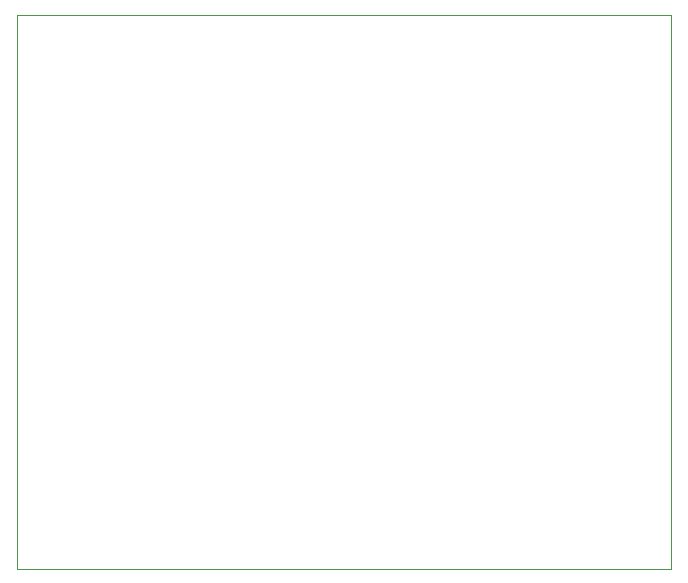
<source format=gbr>
%TF.GenerationSoftware,KiCad,Pcbnew,(6.0.7)*%
%TF.CreationDate,2022-10-09T18:49:54+08:00*%
%TF.ProjectId,servo_test,73657276-6f5f-4746-9573-742e6b696361,rev?*%
%TF.SameCoordinates,Original*%
%TF.FileFunction,Profile,NP*%
%FSLAX46Y46*%
G04 Gerber Fmt 4.6, Leading zero omitted, Abs format (unit mm)*
G04 Created by KiCad (PCBNEW (6.0.7)) date 2022-10-09 18:49:54*
%MOMM*%
%LPD*%
G01*
G04 APERTURE LIST*
%TA.AperFunction,Profile*%
%ADD10C,0.100000*%
%TD*%
G04 APERTURE END LIST*
D10*
X102260000Y-65490000D02*
X157650000Y-65490000D01*
X157650000Y-65490000D02*
X157650000Y-112380000D01*
X157650000Y-112380000D02*
X102260000Y-112380000D01*
X102260000Y-112380000D02*
X102260000Y-65490000D01*
M02*

</source>
